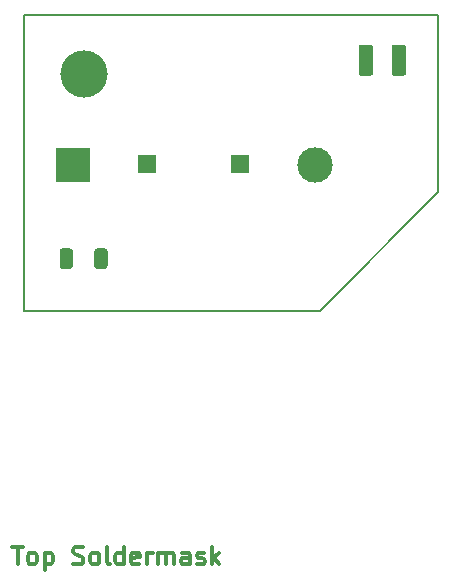
<source format=gbr>
%TF.GenerationSoftware,KiCad,Pcbnew,(5.1.9)-1*%
%TF.CreationDate,2024-06-03T11:22:04+08:00*%
%TF.ProjectId,task1,7461736b-312e-46b6-9963-61645f706362,rev?*%
%TF.SameCoordinates,Original*%
%TF.FileFunction,Soldermask,Top*%
%TF.FilePolarity,Negative*%
%FSLAX46Y46*%
G04 Gerber Fmt 4.6, Leading zero omitted, Abs format (unit mm)*
G04 Created by KiCad (PCBNEW (5.1.9)-1) date 2024-06-03 11:22:04*
%MOMM*%
%LPD*%
G01*
G04 APERTURE LIST*
%ADD10C,0.300000*%
%TA.AperFunction,Profile*%
%ADD11C,0.200000*%
%TD*%
%ADD12R,1.500000X1.500000*%
%ADD13C,4.000000*%
%ADD14C,3.000000*%
%ADD15R,3.000000X3.000000*%
G04 APERTURE END LIST*
D10*
X124778571Y-132078571D02*
X125635714Y-132078571D01*
X125207142Y-133578571D02*
X125207142Y-132078571D01*
X126350000Y-133578571D02*
X126207142Y-133507142D01*
X126135714Y-133435714D01*
X126064285Y-133292857D01*
X126064285Y-132864285D01*
X126135714Y-132721428D01*
X126207142Y-132650000D01*
X126350000Y-132578571D01*
X126564285Y-132578571D01*
X126707142Y-132650000D01*
X126778571Y-132721428D01*
X126850000Y-132864285D01*
X126850000Y-133292857D01*
X126778571Y-133435714D01*
X126707142Y-133507142D01*
X126564285Y-133578571D01*
X126350000Y-133578571D01*
X127492857Y-132578571D02*
X127492857Y-134078571D01*
X127492857Y-132650000D02*
X127635714Y-132578571D01*
X127921428Y-132578571D01*
X128064285Y-132650000D01*
X128135714Y-132721428D01*
X128207142Y-132864285D01*
X128207142Y-133292857D01*
X128135714Y-133435714D01*
X128064285Y-133507142D01*
X127921428Y-133578571D01*
X127635714Y-133578571D01*
X127492857Y-133507142D01*
X129921428Y-133507142D02*
X130135714Y-133578571D01*
X130492857Y-133578571D01*
X130635714Y-133507142D01*
X130707142Y-133435714D01*
X130778571Y-133292857D01*
X130778571Y-133150000D01*
X130707142Y-133007142D01*
X130635714Y-132935714D01*
X130492857Y-132864285D01*
X130207142Y-132792857D01*
X130064285Y-132721428D01*
X129992857Y-132650000D01*
X129921428Y-132507142D01*
X129921428Y-132364285D01*
X129992857Y-132221428D01*
X130064285Y-132150000D01*
X130207142Y-132078571D01*
X130564285Y-132078571D01*
X130778571Y-132150000D01*
X131635714Y-133578571D02*
X131492857Y-133507142D01*
X131421428Y-133435714D01*
X131350000Y-133292857D01*
X131350000Y-132864285D01*
X131421428Y-132721428D01*
X131492857Y-132650000D01*
X131635714Y-132578571D01*
X131850000Y-132578571D01*
X131992857Y-132650000D01*
X132064285Y-132721428D01*
X132135714Y-132864285D01*
X132135714Y-133292857D01*
X132064285Y-133435714D01*
X131992857Y-133507142D01*
X131850000Y-133578571D01*
X131635714Y-133578571D01*
X132992857Y-133578571D02*
X132850000Y-133507142D01*
X132778571Y-133364285D01*
X132778571Y-132078571D01*
X134207142Y-133578571D02*
X134207142Y-132078571D01*
X134207142Y-133507142D02*
X134064285Y-133578571D01*
X133778571Y-133578571D01*
X133635714Y-133507142D01*
X133564285Y-133435714D01*
X133492857Y-133292857D01*
X133492857Y-132864285D01*
X133564285Y-132721428D01*
X133635714Y-132650000D01*
X133778571Y-132578571D01*
X134064285Y-132578571D01*
X134207142Y-132650000D01*
X135492857Y-133507142D02*
X135350000Y-133578571D01*
X135064285Y-133578571D01*
X134921428Y-133507142D01*
X134850000Y-133364285D01*
X134850000Y-132792857D01*
X134921428Y-132650000D01*
X135064285Y-132578571D01*
X135350000Y-132578571D01*
X135492857Y-132650000D01*
X135564285Y-132792857D01*
X135564285Y-132935714D01*
X134850000Y-133078571D01*
X136207142Y-133578571D02*
X136207142Y-132578571D01*
X136207142Y-132864285D02*
X136278571Y-132721428D01*
X136350000Y-132650000D01*
X136492857Y-132578571D01*
X136635714Y-132578571D01*
X137135714Y-133578571D02*
X137135714Y-132578571D01*
X137135714Y-132721428D02*
X137207142Y-132650000D01*
X137350000Y-132578571D01*
X137564285Y-132578571D01*
X137707142Y-132650000D01*
X137778571Y-132792857D01*
X137778571Y-133578571D01*
X137778571Y-132792857D02*
X137850000Y-132650000D01*
X137992857Y-132578571D01*
X138207142Y-132578571D01*
X138350000Y-132650000D01*
X138421428Y-132792857D01*
X138421428Y-133578571D01*
X139778571Y-133578571D02*
X139778571Y-132792857D01*
X139707142Y-132650000D01*
X139564285Y-132578571D01*
X139278571Y-132578571D01*
X139135714Y-132650000D01*
X139778571Y-133507142D02*
X139635714Y-133578571D01*
X139278571Y-133578571D01*
X139135714Y-133507142D01*
X139064285Y-133364285D01*
X139064285Y-133221428D01*
X139135714Y-133078571D01*
X139278571Y-133007142D01*
X139635714Y-133007142D01*
X139778571Y-132935714D01*
X140421428Y-133507142D02*
X140564285Y-133578571D01*
X140850000Y-133578571D01*
X140992857Y-133507142D01*
X141064285Y-133364285D01*
X141064285Y-133292857D01*
X140992857Y-133150000D01*
X140850000Y-133078571D01*
X140635714Y-133078571D01*
X140492857Y-133007142D01*
X140421428Y-132864285D01*
X140421428Y-132792857D01*
X140492857Y-132650000D01*
X140635714Y-132578571D01*
X140850000Y-132578571D01*
X140992857Y-132650000D01*
X141707142Y-133578571D02*
X141707142Y-132078571D01*
X141850000Y-133007142D02*
X142278571Y-133578571D01*
X142278571Y-132578571D02*
X141707142Y-133150000D01*
D11*
X160787600Y-102085200D02*
X150787600Y-112085200D01*
X160787600Y-87085200D02*
X160787600Y-102085200D01*
X125787600Y-112085200D02*
X150787600Y-112085200D01*
X125787600Y-87085200D02*
X125787600Y-112085200D01*
X125787600Y-87085200D02*
X160787600Y-87085200D01*
D12*
%TO.C,SW1*%
X136200000Y-99700000D03*
X144000000Y-99700000D03*
%TD*%
%TO.C,R1*%
G36*
G01*
X131700000Y-108325001D02*
X131700000Y-107074999D01*
G75*
G02*
X131949999Y-106825000I249999J0D01*
G01*
X132575001Y-106825000D01*
G75*
G02*
X132825000Y-107074999I0J-249999D01*
G01*
X132825000Y-108325001D01*
G75*
G02*
X132575001Y-108575000I-249999J0D01*
G01*
X131949999Y-108575000D01*
G75*
G02*
X131700000Y-108325001I0J249999D01*
G01*
G37*
G36*
G01*
X128775000Y-108325001D02*
X128775000Y-107074999D01*
G75*
G02*
X129024999Y-106825000I249999J0D01*
G01*
X129650001Y-106825000D01*
G75*
G02*
X129900000Y-107074999I0J-249999D01*
G01*
X129900000Y-108325001D01*
G75*
G02*
X129650001Y-108575000I-249999J0D01*
G01*
X129024999Y-108575000D01*
G75*
G02*
X128775000Y-108325001I0J249999D01*
G01*
G37*
%TD*%
D13*
%TO.C,H1*%
X130800000Y-92100000D03*
%TD*%
%TO.C,D1*%
G36*
G01*
X155325000Y-89825000D02*
X155325000Y-91975000D01*
G75*
G02*
X155075000Y-92225000I-250000J0D01*
G01*
X154325000Y-92225000D01*
G75*
G02*
X154075000Y-91975000I0J250000D01*
G01*
X154075000Y-89825000D01*
G75*
G02*
X154325000Y-89575000I250000J0D01*
G01*
X155075000Y-89575000D01*
G75*
G02*
X155325000Y-89825000I0J-250000D01*
G01*
G37*
G36*
G01*
X158125000Y-89825000D02*
X158125000Y-91975000D01*
G75*
G02*
X157875000Y-92225000I-250000J0D01*
G01*
X157125000Y-92225000D01*
G75*
G02*
X156875000Y-91975000I0J250000D01*
G01*
X156875000Y-89825000D01*
G75*
G02*
X157125000Y-89575000I250000J0D01*
G01*
X157875000Y-89575000D01*
G75*
G02*
X158125000Y-89825000I0J-250000D01*
G01*
G37*
%TD*%
D14*
%TO.C,BT1*%
X150390000Y-99800000D03*
D15*
X129900000Y-99800000D03*
%TD*%
M02*

</source>
